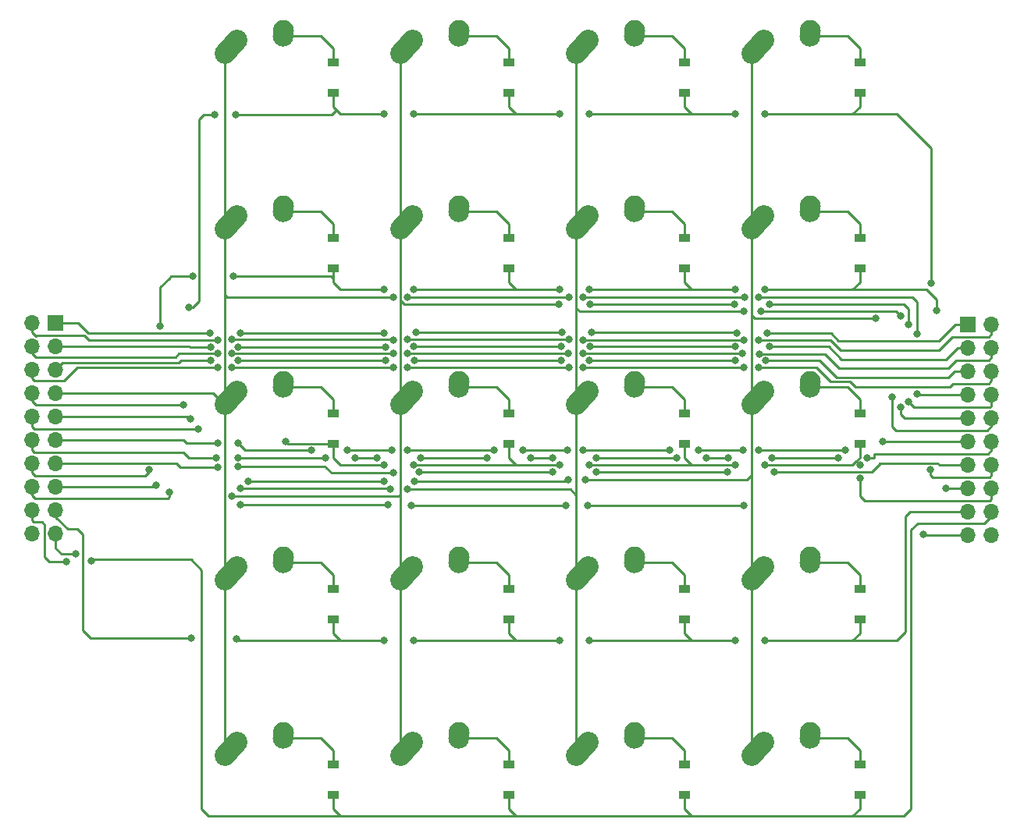
<source format=gtl>
G04 #@! TF.GenerationSoftware,KiCad,Pcbnew,(6.0.9)*
G04 #@! TF.CreationDate,2023-03-10T16:48:27-06:00*
G04 #@! TF.ProjectId,Number Pad,4e756d62-6572-4205-9061-642e6b696361,rev?*
G04 #@! TF.SameCoordinates,Original*
G04 #@! TF.FileFunction,Copper,L1,Top*
G04 #@! TF.FilePolarity,Positive*
%FSLAX46Y46*%
G04 Gerber Fmt 4.6, Leading zero omitted, Abs format (unit mm)*
G04 Created by KiCad (PCBNEW (6.0.9)) date 2023-03-10 16:48:27*
%MOMM*%
%LPD*%
G01*
G04 APERTURE LIST*
G04 Aperture macros list*
%AMHorizOval*
0 Thick line with rounded ends*
0 $1 width*
0 $2 $3 position (X,Y) of the first rounded end (center of the circle)*
0 $4 $5 position (X,Y) of the second rounded end (center of the circle)*
0 Add line between two ends*
20,1,$1,$2,$3,$4,$5,0*
0 Add two circle primitives to create the rounded ends*
1,1,$1,$2,$3*
1,1,$1,$4,$5*%
G04 Aperture macros list end*
G04 #@! TA.AperFunction,ComponentPad*
%ADD10HorizOval,2.250000X0.655001X0.730000X-0.655001X-0.730000X0*%
G04 #@! TD*
G04 #@! TA.AperFunction,ComponentPad*
%ADD11C,2.250000*%
G04 #@! TD*
G04 #@! TA.AperFunction,ComponentPad*
%ADD12HorizOval,2.250000X0.020000X0.290000X-0.020000X-0.290000X0*%
G04 #@! TD*
G04 #@! TA.AperFunction,SMDPad,CuDef*
%ADD13R,1.200000X0.900000*%
G04 #@! TD*
G04 #@! TA.AperFunction,ComponentPad*
%ADD14R,1.700000X1.700000*%
G04 #@! TD*
G04 #@! TA.AperFunction,ComponentPad*
%ADD15O,1.700000X1.700000*%
G04 #@! TD*
G04 #@! TA.AperFunction,ViaPad*
%ADD16C,0.800000*%
G04 #@! TD*
G04 #@! TA.AperFunction,Conductor*
%ADD17C,0.250000*%
G04 #@! TD*
G04 APERTURE END LIST*
D10*
X46851251Y-59436250D03*
D11*
X47506250Y-58706250D03*
D12*
X52526250Y-57916250D03*
D11*
X52546250Y-57626250D03*
D10*
X46851251Y-40386250D03*
D11*
X47506250Y-39656250D03*
X52546250Y-38576250D03*
D12*
X52526250Y-38866250D03*
D13*
X76993750Y-26256250D03*
X76993750Y-22956250D03*
D11*
X85606250Y-96806250D03*
D10*
X84951251Y-97536250D03*
D12*
X90626250Y-96016250D03*
D11*
X90646250Y-95726250D03*
X85606250Y-58706250D03*
D10*
X84951251Y-59436250D03*
D11*
X90646250Y-57626250D03*
D12*
X90626250Y-57916250D03*
D13*
X115093750Y-102456250D03*
X115093750Y-99156250D03*
D10*
X104001251Y-59436250D03*
D11*
X104656250Y-58706250D03*
X109696250Y-57626250D03*
D12*
X109676250Y-57916250D03*
D11*
X47506250Y-77756250D03*
D10*
X46851251Y-78486250D03*
D12*
X52526250Y-76966250D03*
D11*
X52546250Y-76676250D03*
X85606250Y-77756250D03*
D10*
X84951251Y-78486250D03*
D12*
X90626250Y-76966250D03*
D11*
X90646250Y-76676250D03*
D13*
X76993750Y-64356250D03*
X76993750Y-61056250D03*
X57943750Y-64356250D03*
X57943750Y-61056250D03*
D14*
X126841250Y-51435000D03*
D15*
X129381250Y-51435000D03*
X126841250Y-53975000D03*
X129381250Y-53975000D03*
X126841250Y-56515000D03*
X129381250Y-56515000D03*
X126841250Y-59055000D03*
X129381250Y-59055000D03*
X126841250Y-61595000D03*
X129381250Y-61595000D03*
X126841250Y-64135000D03*
X129381250Y-64135000D03*
X126841250Y-66675000D03*
X129381250Y-66675000D03*
X126841250Y-69215000D03*
X129381250Y-69215000D03*
X126841250Y-71755000D03*
X129381250Y-71755000D03*
X126841250Y-74295000D03*
X129381250Y-74295000D03*
D13*
X57943750Y-83406250D03*
X57943750Y-80106250D03*
D11*
X47506250Y-96806250D03*
D10*
X46851251Y-97536250D03*
D11*
X52546250Y-95726250D03*
D12*
X52526250Y-96016250D03*
D13*
X96043750Y-102456250D03*
X96043750Y-99156250D03*
X115093750Y-26256250D03*
X115093750Y-22956250D03*
X115093750Y-83406250D03*
X115093750Y-80106250D03*
D10*
X65901251Y-78486250D03*
D11*
X66556250Y-77756250D03*
X71596250Y-76676250D03*
D12*
X71576250Y-76966250D03*
D13*
X115093750Y-45306250D03*
X115093750Y-42006250D03*
D10*
X65901251Y-21336250D03*
D11*
X66556250Y-20606250D03*
X71596250Y-19526250D03*
D12*
X71576250Y-19816250D03*
D10*
X65901251Y-40386250D03*
D11*
X66556250Y-39656250D03*
D12*
X71576250Y-38866250D03*
D11*
X71596250Y-38576250D03*
D13*
X76993750Y-102456250D03*
X76993750Y-99156250D03*
D10*
X84951251Y-40386250D03*
D11*
X85606250Y-39656250D03*
D12*
X90626250Y-38866250D03*
D11*
X90646250Y-38576250D03*
X47506250Y-20606250D03*
D10*
X46851251Y-21336250D03*
D11*
X52546250Y-19526250D03*
D12*
X52526250Y-19816250D03*
D13*
X115093750Y-64356250D03*
X115093750Y-61056250D03*
X96043750Y-83406250D03*
X96043750Y-80106250D03*
D10*
X104001251Y-40386250D03*
D11*
X104656250Y-39656250D03*
D12*
X109676250Y-38866250D03*
D11*
X109696250Y-38576250D03*
D13*
X96043750Y-64356250D03*
X96043750Y-61056250D03*
D10*
X104001251Y-78486250D03*
D11*
X104656250Y-77756250D03*
D12*
X109676250Y-76966250D03*
D11*
X109696250Y-76676250D03*
D13*
X76993750Y-83406250D03*
X76993750Y-80106250D03*
D11*
X104656250Y-96806250D03*
D10*
X104001251Y-97536250D03*
D12*
X109676250Y-96016250D03*
D11*
X109696250Y-95726250D03*
X66556250Y-96806250D03*
D10*
X65901251Y-97536250D03*
D11*
X71596250Y-95726250D03*
D12*
X71576250Y-96016250D03*
D14*
X27850000Y-51256250D03*
D15*
X25310000Y-51256250D03*
X27850000Y-53796250D03*
X25310000Y-53796250D03*
X27850000Y-56336250D03*
X25310000Y-56336250D03*
X27850000Y-58876250D03*
X25310000Y-58876250D03*
X27850000Y-61416250D03*
X25310000Y-61416250D03*
X27850000Y-63956250D03*
X25310000Y-63956250D03*
X27850000Y-66496250D03*
X25310000Y-66496250D03*
X27850000Y-69036250D03*
X25310000Y-69036250D03*
X27850000Y-71576250D03*
X25310000Y-71576250D03*
X27850000Y-74116250D03*
X25310000Y-74116250D03*
D13*
X57943750Y-102456250D03*
X57943750Y-99156250D03*
X96043750Y-45306250D03*
X96043750Y-42006250D03*
X57943750Y-26256250D03*
X57943750Y-22956250D03*
X57943750Y-45306250D03*
X57943750Y-42006250D03*
D10*
X65901251Y-59436250D03*
D11*
X66556250Y-58706250D03*
X71596250Y-57626250D03*
D12*
X71576250Y-57916250D03*
D13*
X96043750Y-26256250D03*
X96043750Y-22956250D03*
D10*
X104001251Y-21336250D03*
D11*
X104656250Y-20606250D03*
X109696250Y-19526250D03*
D12*
X109676250Y-19816250D03*
D10*
X84951251Y-21336250D03*
D11*
X85606250Y-20606250D03*
X90646250Y-19526250D03*
D12*
X90626250Y-19816250D03*
D13*
X76993750Y-45306250D03*
X76993750Y-42006250D03*
D16*
X66675000Y-28575000D03*
X82550000Y-28575000D03*
X122719500Y-67200000D03*
X63500000Y-28575000D03*
X37950000Y-67220750D03*
X104775000Y-28575000D03*
X101600000Y-28575000D03*
X85725000Y-28575000D03*
X122809000Y-46990000D03*
X47371000Y-28702000D03*
X42300000Y-49550000D03*
X45085000Y-28702000D03*
X66675000Y-47625000D03*
X39200000Y-51600000D03*
X63500000Y-47625000D03*
X42709500Y-46228000D03*
X82550000Y-47625000D03*
X85725000Y-47625000D03*
X101600000Y-47625000D03*
X47117000Y-46228000D03*
X123444000Y-49911000D03*
X38750000Y-68900000D03*
X104775000Y-47625000D03*
X124400000Y-69250000D03*
X85725000Y-66675000D03*
X115093750Y-66675000D03*
X66675000Y-66675000D03*
X82550000Y-66675000D03*
X101600000Y-66675000D03*
X104775000Y-66675000D03*
X40200000Y-69650000D03*
X115093750Y-68124000D03*
X104775000Y-66675000D03*
X63500000Y-66675000D03*
X52832000Y-64135000D03*
X104775000Y-85725000D03*
X101600000Y-85725000D03*
X42545000Y-85471000D03*
X47498000Y-85598000D03*
X63500000Y-85725000D03*
X85725000Y-85725000D03*
X82550000Y-85725000D03*
X66675000Y-85725000D03*
X29050000Y-77150000D03*
X31700000Y-77074500D03*
X85020750Y-53123500D03*
X45466000Y-53132464D03*
X46920750Y-53086000D03*
X64516000Y-53123500D03*
X102489000Y-53123500D03*
X66050616Y-53067519D03*
X104140000Y-53123500D03*
X83566000Y-53086000D03*
X102616000Y-48514000D03*
X66040000Y-48514000D03*
X121285000Y-58930750D03*
X83566000Y-48514000D03*
X104070750Y-48514000D03*
X85020750Y-48514000D03*
X64516000Y-48514000D03*
X121285000Y-52481750D03*
X30000000Y-76350000D03*
X121950000Y-74250000D03*
X102489000Y-71120000D03*
X85598000Y-71120000D03*
X63881000Y-70993000D03*
X47879000Y-70993000D03*
X66421000Y-71120000D03*
X83185000Y-71120000D03*
X85852000Y-49276000D03*
X101473000Y-49238500D03*
X82423000Y-49276000D03*
X120396000Y-59817000D03*
X120396000Y-51435000D03*
X41700000Y-60150000D03*
X105283000Y-49238500D03*
X46990000Y-70104000D03*
X119507000Y-50546000D03*
X66040000Y-69342000D03*
X42450000Y-61650000D03*
X119507000Y-60452000D03*
X104394000Y-50038000D03*
X102489000Y-50038000D03*
X64135000Y-69342000D03*
X47879000Y-69215000D03*
X44715271Y-55360729D03*
X82677000Y-55372000D03*
X66802000Y-55372000D03*
X101600000Y-55372000D03*
X85729866Y-55366161D03*
X63627000Y-55372000D03*
X104902000Y-55372000D03*
X47623291Y-55360729D03*
X102489000Y-56134000D03*
X46990000Y-56134000D03*
X104140000Y-56134000D03*
X83566000Y-56134000D03*
X45466000Y-56134000D03*
X85090000Y-56134000D03*
X64521750Y-56134000D03*
X65970750Y-56134000D03*
X45471750Y-54610000D03*
X104195245Y-54647500D03*
X65970750Y-54610000D03*
X83439000Y-54610000D03*
X102362000Y-54610000D03*
X64516000Y-54610000D03*
X46978822Y-54596749D03*
X85098347Y-54591442D03*
X63627000Y-53885500D03*
X85852000Y-53848000D03*
X66675000Y-53848000D03*
X44701552Y-53885500D03*
X47650925Y-53856964D03*
X101600000Y-53848000D03*
X82708661Y-53848000D03*
X105283000Y-53848000D03*
X116840000Y-50762500D03*
X85344000Y-68326000D03*
X43300000Y-62750000D03*
X118618000Y-59309000D03*
X63500000Y-68453000D03*
X48768000Y-68453000D03*
X66802000Y-68453000D03*
X83439000Y-68326000D03*
X65970750Y-65087500D03*
X78581250Y-65087500D03*
X117550000Y-64100000D03*
X97631250Y-65087500D03*
X47625000Y-64293750D03*
X113506250Y-65087500D03*
X75406250Y-65087500D03*
X83343750Y-65087500D03*
X104070750Y-65087500D03*
X59531250Y-65087500D03*
X64293750Y-65087500D03*
X55562500Y-65087500D03*
X102393750Y-65087500D03*
X45471750Y-64293750D03*
X85020750Y-65087500D03*
X94456250Y-65087500D03*
X101727000Y-52399000D03*
X63500000Y-52361500D03*
X66929000Y-52324000D03*
X82804000Y-52324000D03*
X85979000Y-52324000D03*
X47879000Y-52361500D03*
X44577000Y-52407964D03*
X105021460Y-52398500D03*
X60325000Y-65881250D03*
X95250000Y-65881250D03*
X57150000Y-65881250D03*
X45243750Y-65881250D03*
X47625000Y-65881250D03*
X98425000Y-65881250D03*
X74606250Y-65950500D03*
X105568750Y-65881250D03*
X67468750Y-65881250D03*
X62706250Y-65881250D03*
X100806250Y-65881250D03*
X115887500Y-65881250D03*
X81756250Y-65881250D03*
X79375000Y-65881250D03*
X112712500Y-65881250D03*
X86518750Y-65881250D03*
X67314866Y-67442839D03*
X47625000Y-66880753D03*
X105791000Y-67399500D03*
X45471750Y-66900000D03*
X100711000Y-67437000D03*
X86487000Y-67399500D03*
X81788000Y-67437000D03*
X64521750Y-67564000D03*
D17*
X76993750Y-27781250D02*
X76993750Y-26256250D01*
X25310000Y-67510000D02*
X25550000Y-67750000D01*
X42750000Y-49550000D02*
X43434000Y-48866000D01*
X43942000Y-28702000D02*
X45085000Y-28702000D01*
X122950000Y-68000000D02*
X129150000Y-68000000D01*
X57943750Y-27781250D02*
X57943750Y-26256250D01*
X42300000Y-49550000D02*
X42750000Y-49550000D01*
X43434000Y-29210000D02*
X43942000Y-28702000D01*
X58737500Y-28575000D02*
X58324750Y-28162250D01*
X29250000Y-67850000D02*
X37550000Y-67850000D01*
X77787500Y-28575000D02*
X76993750Y-27781250D01*
X57785000Y-28702000D02*
X58324750Y-28162250D01*
X115093750Y-27781250D02*
X114300000Y-28575000D01*
X119062500Y-28575000D02*
X122809000Y-32321500D01*
X58324750Y-28162250D02*
X57943750Y-27781250D01*
X115093750Y-26256250D02*
X115093750Y-27781250D01*
X122719500Y-67200000D02*
X122719500Y-67769500D01*
X122719500Y-67769500D02*
X122950000Y-68000000D01*
X129150000Y-68000000D02*
X129381250Y-67768750D01*
X43434000Y-48866000D02*
X43434000Y-29210000D01*
X96043750Y-27781250D02*
X96043750Y-26256250D01*
X77787500Y-28575000D02*
X66675000Y-28575000D01*
X82550000Y-28575000D02*
X77787500Y-28575000D01*
X101600000Y-28575000D02*
X96837500Y-28575000D01*
X96837500Y-28575000D02*
X96043750Y-27781250D01*
X122809000Y-32321500D02*
X122809000Y-46990000D01*
X129381250Y-67768750D02*
X129381250Y-66675000D01*
X63500000Y-28575000D02*
X58737500Y-28575000D01*
X37950000Y-67450000D02*
X37950000Y-67220750D01*
X25650000Y-67850000D02*
X29250000Y-67850000D01*
X119062500Y-28575000D02*
X114300000Y-28575000D01*
X37550000Y-67850000D02*
X37950000Y-67450000D01*
X25550000Y-67750000D02*
X25650000Y-67850000D01*
X47371000Y-28702000D02*
X57785000Y-28702000D01*
X96837500Y-28575000D02*
X85725000Y-28575000D01*
X114300000Y-28575000D02*
X104775000Y-28575000D01*
X25310000Y-66496250D02*
X25310000Y-67510000D01*
X56618750Y-20106250D02*
X52506250Y-20106250D01*
X57943750Y-22956250D02*
X57943750Y-21431250D01*
X57943750Y-21431250D02*
X56618750Y-20106250D01*
X122809000Y-48133000D02*
X123444000Y-48768000D01*
X39200000Y-47400000D02*
X39200000Y-51600000D01*
X40372000Y-46228000D02*
X40200000Y-46400000D01*
X58737500Y-47625000D02*
X57943750Y-46831250D01*
X38750000Y-68900000D02*
X38613750Y-69036250D01*
X77787500Y-47625000D02*
X66675000Y-47625000D01*
X42164000Y-46228000D02*
X40372000Y-46228000D01*
X63500000Y-47625000D02*
X58737500Y-47625000D01*
X96043750Y-46831250D02*
X96043750Y-45306250D01*
X124365000Y-69215000D02*
X124400000Y-69250000D01*
X114300000Y-47625000D02*
X104775000Y-47625000D01*
X115093750Y-46831250D02*
X114300000Y-47625000D01*
X57943750Y-46831250D02*
X57943750Y-46450250D01*
X40200000Y-46400000D02*
X39200000Y-47400000D01*
X101600000Y-47625000D02*
X96837500Y-47625000D01*
X42164000Y-46228000D02*
X42709500Y-46228000D01*
X77787500Y-47625000D02*
X76993750Y-46831250D01*
X114300000Y-47625000D02*
X121925750Y-47625000D01*
X57943750Y-46450250D02*
X57943750Y-45306250D01*
X122301000Y-47625000D02*
X122809000Y-48133000D01*
X76993750Y-46831250D02*
X76993750Y-45306250D01*
X123444000Y-48768000D02*
X123444000Y-49911000D01*
X57721500Y-46228000D02*
X47117000Y-46228000D01*
X96837500Y-47625000D02*
X85725000Y-47625000D01*
X121925750Y-47625000D02*
X122301000Y-47625000D01*
X82550000Y-47625000D02*
X77787500Y-47625000D01*
X38613750Y-69036250D02*
X27850000Y-69036250D01*
X126841250Y-69215000D02*
X124365000Y-69215000D01*
X115093750Y-45306250D02*
X115093750Y-46831250D01*
X96837500Y-47625000D02*
X96043750Y-46831250D01*
X57943750Y-46450250D02*
X57721500Y-46228000D01*
X57943750Y-42006250D02*
X57943750Y-40481250D01*
X57943750Y-40481250D02*
X56618750Y-39156250D01*
X56618750Y-39156250D02*
X52506250Y-39156250D01*
X52832000Y-64135000D02*
X53053250Y-64356250D01*
X25310000Y-69036250D02*
X25310000Y-69960000D01*
X25310000Y-69960000D02*
X25650000Y-70300000D01*
X40050000Y-70300000D02*
X40200000Y-70150000D01*
X57943750Y-65881250D02*
X57943750Y-64356250D01*
X114696875Y-66278125D02*
X114300000Y-66675000D01*
X40200000Y-70150000D02*
X40200000Y-69650000D01*
X101600000Y-66675000D02*
X96837500Y-66675000D01*
X115093750Y-70043750D02*
X115093750Y-68124000D01*
X96043750Y-65881250D02*
X96043750Y-64356250D01*
X76993750Y-65881250D02*
X76993750Y-64356250D01*
X115093750Y-66675000D02*
X114696875Y-66278125D01*
X115600000Y-70550000D02*
X115093750Y-70043750D01*
X129381250Y-69215000D02*
X129381250Y-70368750D01*
X77787500Y-66675000D02*
X66675000Y-66675000D01*
X58737500Y-66675000D02*
X57943750Y-65881250D01*
X115093750Y-65881250D02*
X114696875Y-66278125D01*
X53053250Y-64356250D02*
X57943750Y-64356250D01*
X82550000Y-66675000D02*
X77787500Y-66675000D01*
X114300000Y-66675000D02*
X104775000Y-66675000D01*
X25650000Y-70300000D02*
X40050000Y-70300000D01*
X63500000Y-66675000D02*
X58737500Y-66675000D01*
X96837500Y-66675000D02*
X96043750Y-65881250D01*
X77787500Y-66675000D02*
X76993750Y-65881250D01*
X129381250Y-70368750D02*
X129200000Y-70550000D01*
X115093750Y-64356250D02*
X115093750Y-65881250D01*
X129200000Y-70550000D02*
X115600000Y-70550000D01*
X96837500Y-66675000D02*
X85725000Y-66675000D01*
X115176000Y-68206250D02*
X115093750Y-68124000D01*
X57943750Y-61056250D02*
X57943750Y-59531250D01*
X57943750Y-59531250D02*
X56618750Y-58206250D01*
X56618750Y-58206250D02*
X52506250Y-58206250D01*
X27850000Y-72350000D02*
X29150000Y-73650000D01*
X120000000Y-84787500D02*
X119062500Y-85725000D01*
X29150000Y-73650000D02*
X30200000Y-73650000D01*
X126841250Y-71755000D02*
X120545000Y-71755000D01*
X57943750Y-84931250D02*
X57943750Y-83406250D01*
X27850000Y-71576250D02*
X27850000Y-72350000D01*
X30800000Y-84650000D02*
X31621000Y-85471000D01*
X115093750Y-84931250D02*
X114300000Y-85725000D01*
X77787500Y-85725000D02*
X66675000Y-85725000D01*
X47625000Y-85725000D02*
X47498000Y-85598000D01*
X77787500Y-85725000D02*
X76993750Y-84931250D01*
X96837500Y-85725000D02*
X96043750Y-84931250D01*
X101600000Y-85725000D02*
X96837500Y-85725000D01*
X119062500Y-85725000D02*
X113506250Y-85725000D01*
X115093750Y-83406250D02*
X115093750Y-84931250D01*
X76993750Y-84931250D02*
X76993750Y-83406250D01*
X30800000Y-74250000D02*
X30800000Y-84650000D01*
X63500000Y-85725000D02*
X58737500Y-85725000D01*
X114300000Y-85725000D02*
X113506250Y-85725000D01*
X31621000Y-85471000D02*
X42545000Y-85471000D01*
X58737500Y-85725000D02*
X57943750Y-84931250D01*
X30200000Y-73650000D02*
X30800000Y-74250000D01*
X58737500Y-85725000D02*
X47625000Y-85725000D01*
X96043750Y-84931250D02*
X96043750Y-83406250D01*
X113506250Y-85725000D02*
X104775000Y-85725000D01*
X82550000Y-85725000D02*
X77787500Y-85725000D01*
X120545000Y-71755000D02*
X120000000Y-72300000D01*
X96837500Y-85725000D02*
X85725000Y-85725000D01*
X120000000Y-72300000D02*
X120000000Y-84787500D01*
X57943750Y-78581250D02*
X56618750Y-77256250D01*
X56618750Y-77256250D02*
X52506250Y-77256250D01*
X57943750Y-80106250D02*
X57943750Y-78581250D01*
X27150000Y-77150000D02*
X26675000Y-76675000D01*
X44450000Y-104775000D02*
X59531250Y-104775000D01*
X25310000Y-72710000D02*
X25310000Y-71576250D01*
X26675000Y-73175000D02*
X26350000Y-72850000D01*
X29050000Y-77150000D02*
X27150000Y-77150000D01*
X77787500Y-104775000D02*
X76993750Y-103981250D01*
X43656250Y-78073250D02*
X43656250Y-103981250D01*
X58737500Y-104775000D02*
X57943750Y-103981250D01*
X42521750Y-76938750D02*
X43656250Y-78073250D01*
X128587500Y-73025000D02*
X121367500Y-73025000D01*
X114300000Y-104775000D02*
X113506250Y-104775000D01*
X43656250Y-103981250D02*
X44450000Y-104775000D01*
X120646250Y-103985000D02*
X119856250Y-104775000D01*
X26350000Y-72850000D02*
X25450000Y-72850000D01*
X25450000Y-72850000D02*
X25310000Y-72710000D01*
X76993750Y-103981250D02*
X76993750Y-102456250D01*
X57943750Y-103981250D02*
X57943750Y-102456250D01*
X121367500Y-73025000D02*
X120646250Y-73746250D01*
X35418750Y-76938750D02*
X31835750Y-76938750D01*
X115093750Y-103981250D02*
X114300000Y-104775000D01*
X129381250Y-71755000D02*
X129381250Y-72231250D01*
X59531250Y-104775000D02*
X58737500Y-104775000D01*
X77787500Y-104775000D02*
X59531250Y-104775000D01*
X31835750Y-76938750D02*
X31700000Y-77074500D01*
X113506250Y-104775000D02*
X96837500Y-104775000D01*
X115093750Y-102456250D02*
X115093750Y-103981250D01*
X26675000Y-76675000D02*
X26675000Y-73175000D01*
X119856250Y-104775000D02*
X113506250Y-104775000D01*
X96837500Y-104775000D02*
X77787500Y-104775000D01*
X129381250Y-72231250D02*
X128587500Y-73025000D01*
X96043750Y-103981250D02*
X96043750Y-102456250D01*
X120646250Y-73746250D02*
X120646250Y-103985000D01*
X42521750Y-76938750D02*
X35418750Y-76938750D01*
X96837500Y-104775000D02*
X96043750Y-103981250D01*
X56618750Y-96306250D02*
X52506250Y-96306250D01*
X57943750Y-99156250D02*
X57943750Y-97631250D01*
X57943750Y-97631250D02*
X56618750Y-96306250D01*
X75668750Y-20106250D02*
X71556250Y-20106250D01*
X76993750Y-21431250D02*
X75668750Y-20106250D01*
X76993750Y-22956250D02*
X76993750Y-21431250D01*
X75668750Y-39156250D02*
X71556250Y-39156250D01*
X76993750Y-40481250D02*
X75668750Y-39156250D01*
X76993750Y-42006250D02*
X76993750Y-40481250D01*
X75668750Y-58206250D02*
X71556250Y-58206250D01*
X76993750Y-61056250D02*
X76993750Y-59531250D01*
X76993750Y-59531250D02*
X75668750Y-58206250D01*
X76993750Y-80106250D02*
X76993750Y-78581250D01*
X75668750Y-77256250D02*
X71556250Y-77256250D01*
X76993750Y-78581250D02*
X75668750Y-77256250D01*
X76993750Y-97631250D02*
X75668750Y-96306250D01*
X76993750Y-99156250D02*
X76993750Y-97631250D01*
X75668750Y-96306250D02*
X71556250Y-96306250D01*
X96043750Y-21431250D02*
X94718750Y-20106250D01*
X94718750Y-20106250D02*
X90606250Y-20106250D01*
X96043750Y-22956250D02*
X96043750Y-21431250D01*
X96043750Y-42006250D02*
X96043750Y-40481250D01*
X94718750Y-39156250D02*
X90606250Y-39156250D01*
X96043750Y-40481250D02*
X94718750Y-39156250D01*
X94718750Y-58206250D02*
X90606250Y-58206250D01*
X96043750Y-59531250D02*
X94718750Y-58206250D01*
X96043750Y-61056250D02*
X96043750Y-59531250D01*
X96043750Y-80106250D02*
X96043750Y-78581250D01*
X96043750Y-78581250D02*
X94718750Y-77256250D01*
X94718750Y-77256250D02*
X90606250Y-77256250D01*
X96043750Y-97631250D02*
X94718750Y-96306250D01*
X94718750Y-96306250D02*
X90606250Y-96306250D01*
X96043750Y-99156250D02*
X96043750Y-97631250D01*
X113768750Y-20106250D02*
X109656250Y-20106250D01*
X115093750Y-22956250D02*
X115093750Y-21431250D01*
X115093750Y-21431250D02*
X113768750Y-20106250D01*
X113768750Y-39156250D02*
X109656250Y-39156250D01*
X115093750Y-40481250D02*
X113768750Y-39156250D01*
X115093750Y-42006250D02*
X115093750Y-40481250D01*
X115093750Y-61056250D02*
X115093750Y-59531250D01*
X115093750Y-59531250D02*
X113768750Y-58206250D01*
X113768750Y-58206250D02*
X109656250Y-58206250D01*
X115093750Y-78581250D02*
X113768750Y-77256250D01*
X113768750Y-77256250D02*
X109656250Y-77256250D01*
X115093750Y-80106250D02*
X115093750Y-78581250D01*
X115093750Y-99156250D02*
X115093750Y-97631250D01*
X115093750Y-97631250D02*
X113768750Y-96306250D01*
X113768750Y-96306250D02*
X109656250Y-96306250D01*
X31432464Y-53132464D02*
X45466000Y-53132464D01*
X64478500Y-53086000D02*
X46920750Y-53086000D01*
X25310000Y-51256250D02*
X25310000Y-52260000D01*
X105156000Y-53123000D02*
X104140500Y-53123000D01*
X25750000Y-52700000D02*
X25828750Y-52621250D01*
X129381250Y-52468750D02*
X129050000Y-52800000D01*
X102489000Y-53123500D02*
X85020750Y-53123500D01*
X111924000Y-53123000D02*
X105156000Y-53123000D01*
X25828750Y-52621250D02*
X30921250Y-52621250D01*
X113007250Y-54206250D02*
X112014000Y-53213000D01*
X125100000Y-52800000D02*
X123693750Y-54206250D01*
X123693750Y-54206250D02*
X113007250Y-54206250D01*
X83566000Y-53086000D02*
X66069097Y-53086000D01*
X104140500Y-53123000D02*
X104140000Y-53123500D01*
X112014000Y-53213000D02*
X111924000Y-53123000D01*
X64516000Y-53123500D02*
X64478500Y-53086000D01*
X129050000Y-52800000D02*
X125100000Y-52800000D01*
X129381250Y-51435000D02*
X129381250Y-52468750D01*
X66069097Y-53086000D02*
X66050616Y-53067519D01*
X25310000Y-52260000D02*
X25750000Y-52700000D01*
X112014000Y-53213000D02*
X111887000Y-53213000D01*
X30921250Y-52621250D02*
X31432464Y-53132464D01*
X104070750Y-48514000D02*
X120777000Y-48514000D01*
X121409250Y-59055000D02*
X126841250Y-59055000D01*
X121285000Y-49022000D02*
X121094500Y-48831500D01*
X83566000Y-48514000D02*
X66167000Y-48514000D01*
X46196250Y-48228250D02*
X46196250Y-41116250D01*
X64516000Y-48514000D02*
X46482000Y-48514000D01*
X46482000Y-48514000D02*
X46196250Y-48228250D01*
X46196250Y-60166250D02*
X46196250Y-48228250D01*
X102616000Y-48514000D02*
X85020750Y-48514000D01*
X46196250Y-98266250D02*
X46196250Y-79216250D01*
X121285000Y-52481750D02*
X121285000Y-49022000D01*
X46196250Y-67532250D02*
X46196250Y-60166250D01*
X120777000Y-48514000D02*
X121094500Y-48831500D01*
X46196250Y-74771250D02*
X46196250Y-67532250D01*
X44906250Y-58876250D02*
X46196250Y-60166250D01*
X27850000Y-58876250D02*
X44906250Y-58876250D01*
X121285000Y-58930750D02*
X121409250Y-59055000D01*
X46196250Y-79216250D02*
X46196250Y-74771250D01*
X46196250Y-41116250D02*
X46196250Y-22066250D01*
X66167000Y-48514000D02*
X66040000Y-48514000D01*
X121995000Y-74295000D02*
X121950000Y-74250000D01*
X83185000Y-71120000D02*
X66421000Y-71120000D01*
X102489000Y-71120000D02*
X85598000Y-71120000D01*
X28300000Y-76200000D02*
X28450000Y-76350000D01*
X27850000Y-75750000D02*
X28300000Y-76200000D01*
X28450000Y-76350000D02*
X30000000Y-76350000D01*
X126841250Y-74295000D02*
X121995000Y-74295000D01*
X63881000Y-70993000D02*
X47879000Y-70993000D01*
X27850000Y-74116250D02*
X27850000Y-75750000D01*
X85889500Y-49238500D02*
X85852000Y-49276000D01*
X65246250Y-60166250D02*
X65246250Y-68040250D01*
X65246250Y-79216250D02*
X65246250Y-98266250D01*
X65246250Y-60166250D02*
X65246250Y-48545750D01*
X120396000Y-51435000D02*
X120396000Y-49784000D01*
X120979000Y-60400000D02*
X120396000Y-59817000D01*
X65246250Y-69881750D02*
X65024000Y-70104000D01*
X25310000Y-59710000D02*
X25310000Y-58876250D01*
X120785250Y-60206250D02*
X120396000Y-59817000D01*
X65702695Y-49256195D02*
X65246250Y-48799750D01*
X129381250Y-59055000D02*
X129381250Y-60257081D01*
X65246250Y-35782250D02*
X65246250Y-41116250D01*
X65702695Y-49276000D02*
X65702695Y-49256195D01*
X65024000Y-70104000D02*
X46990000Y-70104000D01*
X65246250Y-41116250D02*
X65246250Y-48545750D01*
X129238331Y-60400000D02*
X120979000Y-60400000D01*
X65246250Y-68040250D02*
X65246250Y-68548250D01*
X120396000Y-49784000D02*
X119888000Y-49276000D01*
X119888000Y-49276000D02*
X119850500Y-49238500D01*
X65246250Y-48545750D02*
X65246250Y-48799750D01*
X82423000Y-49276000D02*
X65702695Y-49276000D01*
X101473000Y-49238500D02*
X85889500Y-49238500D01*
X25750000Y-60150000D02*
X25310000Y-59710000D01*
X65246250Y-68548250D02*
X65246250Y-69881750D01*
X65246250Y-69881750D02*
X65246250Y-79216250D01*
X65246250Y-22066250D02*
X65246250Y-35782250D01*
X119850500Y-49238500D02*
X105283000Y-49238500D01*
X41700000Y-60150000D02*
X25750000Y-60150000D01*
X129381250Y-60257081D02*
X129238331Y-60400000D01*
X42216250Y-61416250D02*
X27850000Y-61416250D01*
X84296250Y-79216250D02*
X84296250Y-69945250D01*
X126841250Y-61595000D02*
X119945000Y-61595000D01*
X84296250Y-98266250D02*
X84296250Y-79216250D01*
X84296250Y-34702750D02*
X84296250Y-22066250D01*
X64008000Y-69215000D02*
X64135000Y-69342000D01*
X84296250Y-60166250D02*
X84296250Y-49625250D01*
X84296250Y-41116250D02*
X84296250Y-34702750D01*
X102489000Y-50038000D02*
X84709000Y-50038000D01*
X84296250Y-49625250D02*
X84296250Y-41116250D01*
X84296250Y-69945250D02*
X84296250Y-60166250D01*
X42450000Y-61650000D02*
X42216250Y-61416250D01*
X47879000Y-69215000D02*
X64008000Y-69215000D01*
X83693000Y-69342000D02*
X84296250Y-69945250D01*
X66040000Y-69342000D02*
X83693000Y-69342000D01*
X118999000Y-50038000D02*
X104394000Y-50038000D01*
X119945000Y-61595000D02*
X119507000Y-61157000D01*
X119507000Y-61157000D02*
X119507000Y-60452000D01*
X84709000Y-50038000D02*
X84296250Y-49625250D01*
X119507000Y-50546000D02*
X118999000Y-50038000D01*
X44704000Y-55372000D02*
X41428000Y-55372000D01*
X126841250Y-56515000D02*
X125335000Y-56515000D01*
X110744000Y-55372000D02*
X104902000Y-55372000D01*
X101600000Y-55372000D02*
X85735705Y-55372000D01*
X112578250Y-57206250D02*
X110744000Y-55372000D01*
X41428000Y-55372000D02*
X41200000Y-55600000D01*
X44715271Y-55360729D02*
X44704000Y-55372000D01*
X124643750Y-57206250D02*
X112578250Y-57206250D01*
X125335000Y-56515000D02*
X124643750Y-57206250D01*
X41200000Y-55600000D02*
X28586250Y-55600000D01*
X28586250Y-55600000D02*
X27850000Y-56336250D01*
X63627000Y-55372000D02*
X47614060Y-55372000D01*
X85735705Y-55372000D02*
X85729866Y-55366161D01*
X82677000Y-55372000D02*
X66802000Y-55372000D01*
X45466000Y-56134000D02*
X30166000Y-56134000D01*
X129381250Y-57518750D02*
X129250000Y-57650000D01*
X129050000Y-57850000D02*
X125300000Y-57850000D01*
X25310000Y-57310000D02*
X25310000Y-56336250D01*
X114046000Y-57658000D02*
X114594250Y-58206250D01*
X102489000Y-56134000D02*
X85090000Y-56134000D01*
X110363000Y-56134000D02*
X111887000Y-57658000D01*
X129250000Y-57650000D02*
X129050000Y-57850000D01*
X111887000Y-57658000D02*
X114046000Y-57658000D01*
X124843750Y-58206250D02*
X125200000Y-57850000D01*
X25550000Y-57550000D02*
X25310000Y-57310000D01*
X104140000Y-56134000D02*
X110363000Y-56134000D01*
X125300000Y-57850000D02*
X125200000Y-57850000D01*
X83566000Y-56134000D02*
X65970750Y-56134000D01*
X28750000Y-57550000D02*
X25550000Y-57550000D01*
X64521750Y-56134000D02*
X46990000Y-56134000D01*
X114594250Y-58206250D02*
X124843750Y-58206250D01*
X30166000Y-56134000D02*
X28750000Y-57550000D01*
X129381250Y-56515000D02*
X129381250Y-57518750D01*
X83439000Y-54610000D02*
X65970750Y-54610000D01*
X40828750Y-54971250D02*
X25671250Y-54971250D01*
X125550000Y-55300000D02*
X124643750Y-56206250D01*
X45471750Y-54610000D02*
X41190000Y-54610000D01*
X46992073Y-54610000D02*
X46978822Y-54596749D01*
X25310000Y-54610000D02*
X25310000Y-53796250D01*
X25671250Y-54971250D02*
X25310000Y-54610000D01*
X129381250Y-54968750D02*
X129050000Y-55300000D01*
X124643750Y-56206250D02*
X112848250Y-56206250D01*
X129381250Y-53975000D02*
X129381250Y-54968750D01*
X111289500Y-54647500D02*
X104195245Y-54647500D01*
X85116905Y-54610000D02*
X85098347Y-54591442D01*
X64516000Y-54610000D02*
X46992073Y-54610000D01*
X41190000Y-54610000D02*
X40828750Y-54971250D01*
X102362000Y-54610000D02*
X85116905Y-54610000D01*
X112848250Y-56206250D02*
X111289500Y-54647500D01*
X129050000Y-55300000D02*
X125550000Y-55300000D01*
X126841250Y-53975000D02*
X125675000Y-53975000D01*
X63598464Y-53856964D02*
X47650925Y-53856964D01*
X101600000Y-53848000D02*
X85852000Y-53848000D01*
X113118250Y-55206250D02*
X111760000Y-53848000D01*
X111760000Y-53848000D02*
X105283000Y-53848000D01*
X42346250Y-53796250D02*
X27850000Y-53796250D01*
X82708661Y-53848000D02*
X66675000Y-53848000D01*
X124443750Y-55206250D02*
X113118250Y-55206250D01*
X63627000Y-53885500D02*
X63598464Y-53856964D01*
X42435500Y-53885500D02*
X42346250Y-53796250D01*
X44701552Y-53885500D02*
X42435500Y-53885500D01*
X125675000Y-53975000D02*
X124443750Y-55206250D01*
X128900000Y-62950000D02*
X129381250Y-62468750D01*
X25550000Y-62750000D02*
X25310000Y-62510000D01*
X118618000Y-59309000D02*
X118618000Y-62518000D01*
X116840000Y-50762500D02*
X103658000Y-50762500D01*
X103346250Y-67786250D02*
X103346250Y-79216250D01*
X25310000Y-62510000D02*
X25310000Y-61416250D01*
X103346250Y-50450750D02*
X103346250Y-60166250D01*
X103346250Y-60166250D02*
X103346250Y-67786250D01*
X103346250Y-33623250D02*
X103346250Y-41116250D01*
X85344000Y-68326000D02*
X102806500Y-68326000D01*
X118618000Y-62518000D02*
X119050000Y-62950000D01*
X103346250Y-41116250D02*
X103346250Y-50450750D01*
X103658000Y-50762500D02*
X103346250Y-50450750D01*
X129381250Y-62468750D02*
X129381250Y-61595000D01*
X103346250Y-22066250D02*
X103346250Y-33623250D01*
X83312000Y-68453000D02*
X83439000Y-68326000D01*
X48768000Y-68453000D02*
X63500000Y-68453000D01*
X119050000Y-62950000D02*
X128900000Y-62950000D01*
X66802000Y-68453000D02*
X83312000Y-68453000D01*
X43300000Y-62750000D02*
X25550000Y-62750000D01*
X102806500Y-68326000D02*
X103346250Y-67786250D01*
X103346250Y-79216250D02*
X103346250Y-98266250D01*
X97631250Y-65087500D02*
X102393750Y-65087500D01*
X78581250Y-65087500D02*
X83343750Y-65087500D01*
X47625000Y-64293750D02*
X48418750Y-65087500D01*
X59531250Y-65087500D02*
X64293750Y-65087500D01*
X117585000Y-64135000D02*
X117550000Y-64100000D01*
X48418750Y-65087500D02*
X55562500Y-65087500D01*
X126841250Y-64135000D02*
X117585000Y-64135000D01*
X42043750Y-64293750D02*
X41706250Y-63956250D01*
X45471750Y-64293750D02*
X42043750Y-64293750D01*
X65970750Y-65087500D02*
X75406250Y-65087500D01*
X41706250Y-63956250D02*
X27850000Y-63956250D01*
X85020750Y-65087500D02*
X94456250Y-65087500D01*
X104070750Y-65087500D02*
X113506250Y-65087500D01*
X63500000Y-52361500D02*
X47879000Y-52361500D01*
X41699036Y-52407964D02*
X44577000Y-52407964D01*
X125465000Y-51435000D02*
X123693750Y-53206250D01*
X31407964Y-52407964D02*
X30775000Y-51775000D01*
X101652000Y-52324000D02*
X85979000Y-52324000D01*
X82804000Y-52324000D02*
X66929000Y-52324000D01*
X30256250Y-51256250D02*
X30775000Y-51775000D01*
X112769250Y-53206250D02*
X111961500Y-52398500D01*
X126841250Y-51435000D02*
X125465000Y-51435000D01*
X27850000Y-51256250D02*
X30256250Y-51256250D01*
X123693750Y-53206250D02*
X112769250Y-53206250D01*
X41699036Y-52407964D02*
X31407964Y-52407964D01*
X101727000Y-52399000D02*
X101652000Y-52324000D01*
X111961500Y-52398500D02*
X105021460Y-52398500D01*
X41700000Y-65300000D02*
X42281250Y-65881250D01*
X112712500Y-65881250D02*
X105568750Y-65881250D01*
X67538000Y-65950500D02*
X67468750Y-65881250D01*
X129381250Y-64135000D02*
X129381250Y-65068750D01*
X42281250Y-65881250D02*
X45243750Y-65881250D01*
X116681250Y-65881250D02*
X115887500Y-65881250D01*
X129381250Y-65068750D02*
X128981250Y-65468750D01*
X57150000Y-65881250D02*
X47625000Y-65881250D01*
X81756250Y-65881250D02*
X79375000Y-65881250D01*
X25310000Y-63956250D02*
X25310000Y-65110000D01*
X116681250Y-65468750D02*
X116681250Y-65881250D01*
X62706250Y-65881250D02*
X60325000Y-65881250D01*
X25500000Y-65300000D02*
X41700000Y-65300000D01*
X95250000Y-65881250D02*
X86518750Y-65881250D01*
X128981250Y-65468750D02*
X116681250Y-65468750D01*
X100806250Y-65881250D02*
X98425000Y-65881250D01*
X25310000Y-65110000D02*
X25500000Y-65300000D01*
X74606250Y-65950500D02*
X67538000Y-65950500D01*
X57150000Y-66929000D02*
X57101753Y-66880753D01*
X126841250Y-66675000D02*
X123725000Y-66675000D01*
X40946250Y-66496250D02*
X27850000Y-66496250D01*
X67320705Y-67437000D02*
X67314866Y-67442839D01*
X57101753Y-66880753D02*
X47625000Y-66880753D01*
X100711000Y-67437000D02*
X86524500Y-67437000D01*
X116959500Y-66809500D02*
X116369500Y-67399500D01*
X117221000Y-66548000D02*
X116959500Y-66809500D01*
X117294000Y-66475000D02*
X116959500Y-66809500D01*
X123525000Y-66475000D02*
X117294000Y-66475000D01*
X64521750Y-67564000D02*
X57785000Y-67564000D01*
X116369500Y-67399500D02*
X105791000Y-67399500D01*
X81788000Y-67437000D02*
X67320705Y-67437000D01*
X123725000Y-66675000D02*
X123525000Y-66475000D01*
X86524500Y-67437000D02*
X86487000Y-67399500D01*
X41350000Y-66900000D02*
X40946250Y-66496250D01*
X57785000Y-67564000D02*
X57150000Y-66929000D01*
X45471750Y-66900000D02*
X41350000Y-66900000D01*
M02*

</source>
